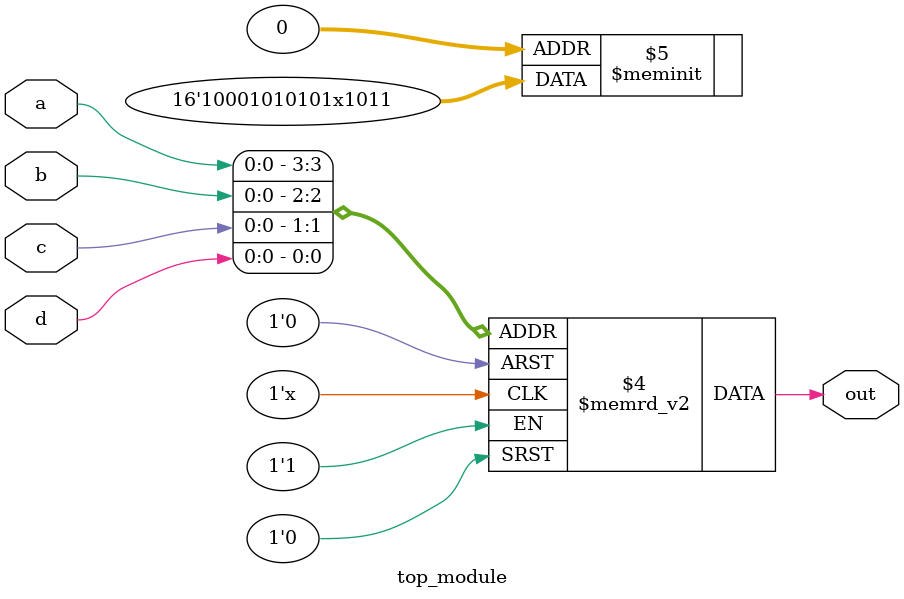
<source format=sv>
module top_module (
    input a, 
    input b,
    input c,
    input d,
    output reg out
);

always @(*) begin
    case ({a, b, c, d})
        4'b0000, 4'b0001, 4'b0011, 4'b0101, 4'b0111, 4'b1001, 4'b1011, 4'b1111: out = 1'b1;
        4'b0010, 4'b0110, 4'b1000, 4'b1010, 4'b1100, 4'b1101, 4'b1110: out = 1'b0;
        default: out = 1'bx;
    endcase
end

endmodule

</source>
